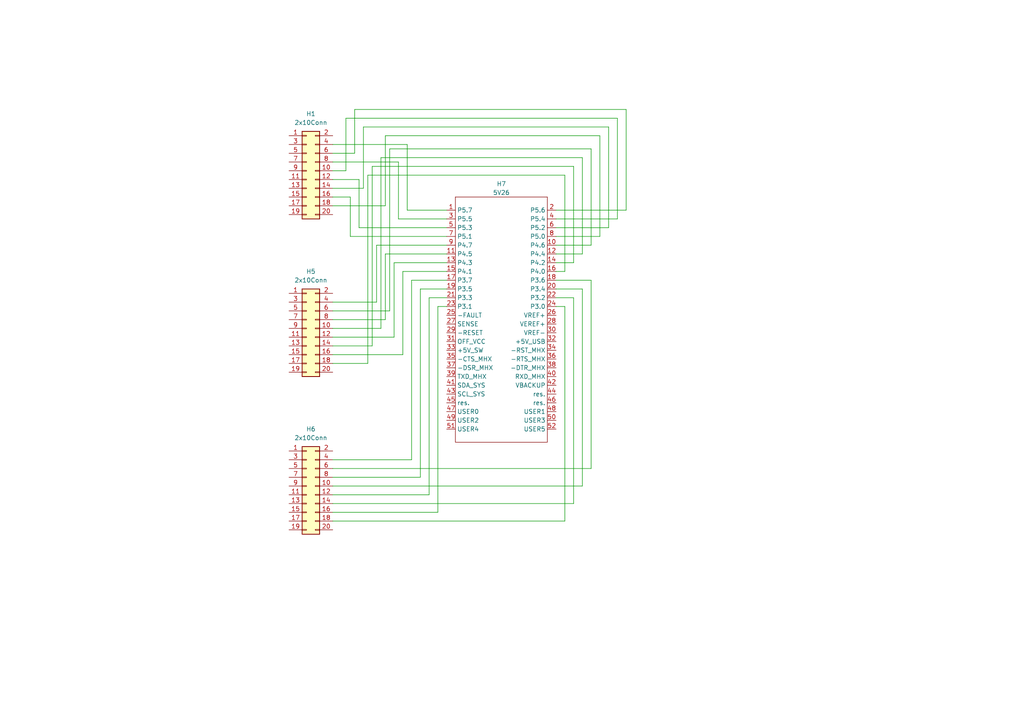
<source format=kicad_sch>
(kicad_sch
	(version 20231120)
	(generator "eeschema")
	(generator_version "8.0")
	(uuid "60cf81e3-0e78-46a6-81a4-4095c605f828")
	(paper "A4")
	(lib_symbols
		(symbol "Connector_Generic:Conn_02x10_Odd_Even"
			(pin_names
				(offset 1.016) hide)
			(exclude_from_sim no)
			(in_bom yes)
			(on_board yes)
			(property "Reference" "J"
				(at 1.27 12.7 0)
				(effects
					(font
						(size 1.27 1.27)
					)
				)
			)
			(property "Value" "Conn_02x10_Odd_Even"
				(at 1.27 -15.24 0)
				(effects
					(font
						(size 1.27 1.27)
					)
				)
			)
			(property "Footprint" ""
				(at 0 0 0)
				(effects
					(font
						(size 1.27 1.27)
					)
					(hide yes)
				)
			)
			(property "Datasheet" "~"
				(at 0 0 0)
				(effects
					(font
						(size 1.27 1.27)
					)
					(hide yes)
				)
			)
			(property "Description" "Generic connector, double row, 02x10, odd/even pin numbering scheme (row 1 odd numbers, row 2 even numbers), script generated (kicad-library-utils/schlib/autogen/connector/)"
				(at 0 0 0)
				(effects
					(font
						(size 1.27 1.27)
					)
					(hide yes)
				)
			)
			(property "ki_keywords" "connector"
				(at 0 0 0)
				(effects
					(font
						(size 1.27 1.27)
					)
					(hide yes)
				)
			)
			(property "ki_fp_filters" "Connector*:*_2x??_*"
				(at 0 0 0)
				(effects
					(font
						(size 1.27 1.27)
					)
					(hide yes)
				)
			)
			(symbol "Conn_02x10_Odd_Even_1_1"
				(rectangle
					(start -1.27 -12.573)
					(end 0 -12.827)
					(stroke
						(width 0.1524)
						(type default)
					)
					(fill
						(type none)
					)
				)
				(rectangle
					(start -1.27 -10.033)
					(end 0 -10.287)
					(stroke
						(width 0.1524)
						(type default)
					)
					(fill
						(type none)
					)
				)
				(rectangle
					(start -1.27 -7.493)
					(end 0 -7.747)
					(stroke
						(width 0.1524)
						(type default)
					)
					(fill
						(type none)
					)
				)
				(rectangle
					(start -1.27 -4.953)
					(end 0 -5.207)
					(stroke
						(width 0.1524)
						(type default)
					)
					(fill
						(type none)
					)
				)
				(rectangle
					(start -1.27 -2.413)
					(end 0 -2.667)
					(stroke
						(width 0.1524)
						(type default)
					)
					(fill
						(type none)
					)
				)
				(rectangle
					(start -1.27 0.127)
					(end 0 -0.127)
					(stroke
						(width 0.1524)
						(type default)
					)
					(fill
						(type none)
					)
				)
				(rectangle
					(start -1.27 2.667)
					(end 0 2.413)
					(stroke
						(width 0.1524)
						(type default)
					)
					(fill
						(type none)
					)
				)
				(rectangle
					(start -1.27 5.207)
					(end 0 4.953)
					(stroke
						(width 0.1524)
						(type default)
					)
					(fill
						(type none)
					)
				)
				(rectangle
					(start -1.27 7.747)
					(end 0 7.493)
					(stroke
						(width 0.1524)
						(type default)
					)
					(fill
						(type none)
					)
				)
				(rectangle
					(start -1.27 10.287)
					(end 0 10.033)
					(stroke
						(width 0.1524)
						(type default)
					)
					(fill
						(type none)
					)
				)
				(rectangle
					(start -1.27 11.43)
					(end 3.81 -13.97)
					(stroke
						(width 0.254)
						(type default)
					)
					(fill
						(type background)
					)
				)
				(rectangle
					(start 3.81 -12.573)
					(end 2.54 -12.827)
					(stroke
						(width 0.1524)
						(type default)
					)
					(fill
						(type none)
					)
				)
				(rectangle
					(start 3.81 -10.033)
					(end 2.54 -10.287)
					(stroke
						(width 0.1524)
						(type default)
					)
					(fill
						(type none)
					)
				)
				(rectangle
					(start 3.81 -7.493)
					(end 2.54 -7.747)
					(stroke
						(width 0.1524)
						(type default)
					)
					(fill
						(type none)
					)
				)
				(rectangle
					(start 3.81 -4.953)
					(end 2.54 -5.207)
					(stroke
						(width 0.1524)
						(type default)
					)
					(fill
						(type none)
					)
				)
				(rectangle
					(start 3.81 -2.413)
					(end 2.54 -2.667)
					(stroke
						(width 0.1524)
						(type default)
					)
					(fill
						(type none)
					)
				)
				(rectangle
					(start 3.81 0.127)
					(end 2.54 -0.127)
					(stroke
						(width 0.1524)
						(type default)
					)
					(fill
						(type none)
					)
				)
				(rectangle
					(start 3.81 2.667)
					(end 2.54 2.413)
					(stroke
						(width 0.1524)
						(type default)
					)
					(fill
						(type none)
					)
				)
				(rectangle
					(start 3.81 5.207)
					(end 2.54 4.953)
					(stroke
						(width 0.1524)
						(type default)
					)
					(fill
						(type none)
					)
				)
				(rectangle
					(start 3.81 7.747)
					(end 2.54 7.493)
					(stroke
						(width 0.1524)
						(type default)
					)
					(fill
						(type none)
					)
				)
				(rectangle
					(start 3.81 10.287)
					(end 2.54 10.033)
					(stroke
						(width 0.1524)
						(type default)
					)
					(fill
						(type none)
					)
				)
				(pin passive line
					(at -5.08 10.16 0)
					(length 3.81)
					(name "Pin_1"
						(effects
							(font
								(size 1.27 1.27)
							)
						)
					)
					(number "1"
						(effects
							(font
								(size 1.27 1.27)
							)
						)
					)
				)
				(pin passive line
					(at 7.62 0 180)
					(length 3.81)
					(name "Pin_10"
						(effects
							(font
								(size 1.27 1.27)
							)
						)
					)
					(number "10"
						(effects
							(font
								(size 1.27 1.27)
							)
						)
					)
				)
				(pin passive line
					(at -5.08 -2.54 0)
					(length 3.81)
					(name "Pin_11"
						(effects
							(font
								(size 1.27 1.27)
							)
						)
					)
					(number "11"
						(effects
							(font
								(size 1.27 1.27)
							)
						)
					)
				)
				(pin passive line
					(at 7.62 -2.54 180)
					(length 3.81)
					(name "Pin_12"
						(effects
							(font
								(size 1.27 1.27)
							)
						)
					)
					(number "12"
						(effects
							(font
								(size 1.27 1.27)
							)
						)
					)
				)
				(pin passive line
					(at -5.08 -5.08 0)
					(length 3.81)
					(name "Pin_13"
						(effects
							(font
								(size 1.27 1.27)
							)
						)
					)
					(number "13"
						(effects
							(font
								(size 1.27 1.27)
							)
						)
					)
				)
				(pin passive line
					(at 7.62 -5.08 180)
					(length 3.81)
					(name "Pin_14"
						(effects
							(font
								(size 1.27 1.27)
							)
						)
					)
					(number "14"
						(effects
							(font
								(size 1.27 1.27)
							)
						)
					)
				)
				(pin passive line
					(at -5.08 -7.62 0)
					(length 3.81)
					(name "Pin_15"
						(effects
							(font
								(size 1.27 1.27)
							)
						)
					)
					(number "15"
						(effects
							(font
								(size 1.27 1.27)
							)
						)
					)
				)
				(pin passive line
					(at 7.62 -7.62 180)
					(length 3.81)
					(name "Pin_16"
						(effects
							(font
								(size 1.27 1.27)
							)
						)
					)
					(number "16"
						(effects
							(font
								(size 1.27 1.27)
							)
						)
					)
				)
				(pin passive line
					(at -5.08 -10.16 0)
					(length 3.81)
					(name "Pin_17"
						(effects
							(font
								(size 1.27 1.27)
							)
						)
					)
					(number "17"
						(effects
							(font
								(size 1.27 1.27)
							)
						)
					)
				)
				(pin passive line
					(at 7.62 -10.16 180)
					(length 3.81)
					(name "Pin_18"
						(effects
							(font
								(size 1.27 1.27)
							)
						)
					)
					(number "18"
						(effects
							(font
								(size 1.27 1.27)
							)
						)
					)
				)
				(pin passive line
					(at -5.08 -12.7 0)
					(length 3.81)
					(name "Pin_19"
						(effects
							(font
								(size 1.27 1.27)
							)
						)
					)
					(number "19"
						(effects
							(font
								(size 1.27 1.27)
							)
						)
					)
				)
				(pin passive line
					(at 7.62 10.16 180)
					(length 3.81)
					(name "Pin_2"
						(effects
							(font
								(size 1.27 1.27)
							)
						)
					)
					(number "2"
						(effects
							(font
								(size 1.27 1.27)
							)
						)
					)
				)
				(pin passive line
					(at 7.62 -12.7 180)
					(length 3.81)
					(name "Pin_20"
						(effects
							(font
								(size 1.27 1.27)
							)
						)
					)
					(number "20"
						(effects
							(font
								(size 1.27 1.27)
							)
						)
					)
				)
				(pin passive line
					(at -5.08 7.62 0)
					(length 3.81)
					(name "Pin_3"
						(effects
							(font
								(size 1.27 1.27)
							)
						)
					)
					(number "3"
						(effects
							(font
								(size 1.27 1.27)
							)
						)
					)
				)
				(pin passive line
					(at 7.62 7.62 180)
					(length 3.81)
					(name "Pin_4"
						(effects
							(font
								(size 1.27 1.27)
							)
						)
					)
					(number "4"
						(effects
							(font
								(size 1.27 1.27)
							)
						)
					)
				)
				(pin passive line
					(at -5.08 5.08 0)
					(length 3.81)
					(name "Pin_5"
						(effects
							(font
								(size 1.27 1.27)
							)
						)
					)
					(number "5"
						(effects
							(font
								(size 1.27 1.27)
							)
						)
					)
				)
				(pin passive line
					(at 7.62 5.08 180)
					(length 3.81)
					(name "Pin_6"
						(effects
							(font
								(size 1.27 1.27)
							)
						)
					)
					(number "6"
						(effects
							(font
								(size 1.27 1.27)
							)
						)
					)
				)
				(pin passive line
					(at -5.08 2.54 0)
					(length 3.81)
					(name "Pin_7"
						(effects
							(font
								(size 1.27 1.27)
							)
						)
					)
					(number "7"
						(effects
							(font
								(size 1.27 1.27)
							)
						)
					)
				)
				(pin passive line
					(at 7.62 2.54 180)
					(length 3.81)
					(name "Pin_8"
						(effects
							(font
								(size 1.27 1.27)
							)
						)
					)
					(number "8"
						(effects
							(font
								(size 1.27 1.27)
							)
						)
					)
				)
				(pin passive line
					(at -5.08 0 0)
					(length 3.81)
					(name "Pin_9"
						(effects
							(font
								(size 1.27 1.27)
							)
						)
					)
					(number "9"
						(effects
							(font
								(size 1.27 1.27)
							)
						)
					)
				)
			)
		)
		(symbol "NewSymbols:H1H-2X26-F"
			(exclude_from_sim no)
			(in_bom yes)
			(on_board yes)
			(property "Reference" "5V26"
				(at -10.414 27.178 0)
				(effects
					(font
						(size 1.27 1.27)
					)
				)
			)
			(property "Value" ""
				(at 2.54 6.35 0)
				(effects
					(font
						(size 1.27 1.27)
					)
				)
			)
			(property "Footprint" ""
				(at 2.54 6.35 0)
				(effects
					(font
						(size 1.27 1.27)
					)
					(hide yes)
				)
			)
			(property "Datasheet" ""
				(at 2.54 6.35 0)
				(effects
					(font
						(size 1.27 1.27)
					)
					(hide yes)
				)
			)
			(property "Description" ""
				(at 2.54 6.35 0)
				(effects
					(font
						(size 1.27 1.27)
					)
					(hide yes)
				)
			)
			(symbol "H1H-2X26-F_0_1"
				(polyline
					(pts
						(xy 12.7 25.4) (xy -13.97 25.4)
					)
					(stroke
						(width 0)
						(type default)
					)
					(fill
						(type none)
					)
				)
				(polyline
					(pts
						(xy -13.97 25.4) (xy -13.97 -45.72) (xy 12.7 -45.72) (xy 12.7 25.4)
					)
					(stroke
						(width 0)
						(type default)
					)
					(fill
						(type none)
					)
				)
			)
			(symbol "H1H-2X26-F_1_1"
				(pin input line
					(at -16.51 21.59 0)
					(length 2.54)
					(name "P5.7"
						(effects
							(font
								(size 1.27 1.27)
							)
						)
					)
					(number "1"
						(effects
							(font
								(size 1.27 1.27)
							)
						)
					)
				)
				(pin input line
					(at 15.24 11.43 180)
					(length 2.54)
					(name "P4.6"
						(effects
							(font
								(size 1.27 1.27)
							)
						)
					)
					(number "10"
						(effects
							(font
								(size 1.27 1.27)
							)
						)
					)
				)
				(pin input line
					(at -16.51 8.89 0)
					(length 2.54)
					(name "P4.5"
						(effects
							(font
								(size 1.27 1.27)
							)
						)
					)
					(number "11"
						(effects
							(font
								(size 1.27 1.27)
							)
						)
					)
				)
				(pin input line
					(at 15.24 8.89 180)
					(length 2.54)
					(name "P4.4"
						(effects
							(font
								(size 1.27 1.27)
							)
						)
					)
					(number "12"
						(effects
							(font
								(size 1.27 1.27)
							)
						)
					)
				)
				(pin input line
					(at -16.51 6.35 0)
					(length 2.54)
					(name "P4.3"
						(effects
							(font
								(size 1.27 1.27)
							)
						)
					)
					(number "13"
						(effects
							(font
								(size 1.27 1.27)
							)
						)
					)
				)
				(pin input line
					(at 15.24 6.35 180)
					(length 2.54)
					(name "P4.2"
						(effects
							(font
								(size 1.27 1.27)
							)
						)
					)
					(number "14"
						(effects
							(font
								(size 1.27 1.27)
							)
						)
					)
				)
				(pin input line
					(at -16.51 3.81 0)
					(length 2.54)
					(name "P4.1"
						(effects
							(font
								(size 1.27 1.27)
							)
						)
					)
					(number "15"
						(effects
							(font
								(size 1.27 1.27)
							)
						)
					)
				)
				(pin input line
					(at 15.24 3.81 180)
					(length 2.54)
					(name "P4.0"
						(effects
							(font
								(size 1.27 1.27)
							)
						)
					)
					(number "16"
						(effects
							(font
								(size 1.27 1.27)
							)
						)
					)
				)
				(pin input line
					(at -16.51 1.27 0)
					(length 2.54)
					(name "P3.7"
						(effects
							(font
								(size 1.27 1.27)
							)
						)
					)
					(number "17"
						(effects
							(font
								(size 1.27 1.27)
							)
						)
					)
				)
				(pin input line
					(at 15.24 1.27 180)
					(length 2.54)
					(name "P3.6"
						(effects
							(font
								(size 1.27 1.27)
							)
						)
					)
					(number "18"
						(effects
							(font
								(size 1.27 1.27)
							)
						)
					)
				)
				(pin input line
					(at -16.51 -1.27 0)
					(length 2.54)
					(name "P3.5"
						(effects
							(font
								(size 1.27 1.27)
							)
						)
					)
					(number "19"
						(effects
							(font
								(size 1.27 1.27)
							)
						)
					)
				)
				(pin input line
					(at 15.24 21.59 180)
					(length 2.54)
					(name "P5.6"
						(effects
							(font
								(size 1.27 1.27)
							)
						)
					)
					(number "2"
						(effects
							(font
								(size 1.27 1.27)
							)
						)
					)
				)
				(pin input line
					(at 15.24 -1.27 180)
					(length 2.54)
					(name "P3.4"
						(effects
							(font
								(size 1.27 1.27)
							)
						)
					)
					(number "20"
						(effects
							(font
								(size 1.27 1.27)
							)
						)
					)
				)
				(pin input line
					(at -16.51 -3.81 0)
					(length 2.54)
					(name "P3.3"
						(effects
							(font
								(size 1.27 1.27)
							)
						)
					)
					(number "21"
						(effects
							(font
								(size 1.27 1.27)
							)
						)
					)
				)
				(pin input line
					(at 15.24 -3.81 180)
					(length 2.54)
					(name "P3.2"
						(effects
							(font
								(size 1.27 1.27)
							)
						)
					)
					(number "22"
						(effects
							(font
								(size 1.27 1.27)
							)
						)
					)
				)
				(pin input line
					(at -16.51 -6.35 0)
					(length 2.54)
					(name "P3.1"
						(effects
							(font
								(size 1.27 1.27)
							)
						)
					)
					(number "23"
						(effects
							(font
								(size 1.27 1.27)
							)
						)
					)
				)
				(pin input line
					(at 15.24 -6.35 180)
					(length 2.54)
					(name "P3.0"
						(effects
							(font
								(size 1.27 1.27)
							)
						)
					)
					(number "24"
						(effects
							(font
								(size 1.27 1.27)
							)
						)
					)
				)
				(pin passive line
					(at -16.51 -8.89 0)
					(length 2.54)
					(name "-FAULT"
						(effects
							(font
								(size 1.27 1.27)
							)
						)
					)
					(number "25"
						(effects
							(font
								(size 1.27 1.27)
							)
						)
					)
				)
				(pin passive line
					(at 15.24 -8.89 180)
					(length 2.54)
					(name "VREF+"
						(effects
							(font
								(size 1.27 1.27)
							)
						)
					)
					(number "26"
						(effects
							(font
								(size 1.27 1.27)
							)
						)
					)
				)
				(pin passive line
					(at -16.51 -11.43 0)
					(length 2.54)
					(name "SENSE"
						(effects
							(font
								(size 1.27 1.27)
							)
						)
					)
					(number "27"
						(effects
							(font
								(size 1.27 1.27)
							)
						)
					)
				)
				(pin passive line
					(at 15.24 -11.43 180)
					(length 2.54)
					(name "VEREF+"
						(effects
							(font
								(size 1.27 1.27)
							)
						)
					)
					(number "28"
						(effects
							(font
								(size 1.27 1.27)
							)
						)
					)
				)
				(pin input line
					(at -16.51 -13.97 0)
					(length 2.54)
					(name "-RESET"
						(effects
							(font
								(size 1.27 1.27)
							)
						)
					)
					(number "29"
						(effects
							(font
								(size 1.27 1.27)
							)
						)
					)
				)
				(pin input line
					(at -16.51 19.05 0)
					(length 2.54)
					(name "P5.5"
						(effects
							(font
								(size 1.27 1.27)
							)
						)
					)
					(number "3"
						(effects
							(font
								(size 1.27 1.27)
							)
						)
					)
				)
				(pin passive line
					(at 15.24 -13.97 180)
					(length 2.54)
					(name "VREF-"
						(effects
							(font
								(size 1.27 1.27)
							)
						)
					)
					(number "30"
						(effects
							(font
								(size 1.27 1.27)
							)
						)
					)
				)
				(pin passive line
					(at -16.51 -16.51 0)
					(length 2.54)
					(name "OFF_VCC"
						(effects
							(font
								(size 1.27 1.27)
							)
						)
					)
					(number "31"
						(effects
							(font
								(size 1.27 1.27)
							)
						)
					)
				)
				(pin passive line
					(at 15.24 -16.51 180)
					(length 2.54)
					(name "+5V_USB"
						(effects
							(font
								(size 1.27 1.27)
							)
						)
					)
					(number "32"
						(effects
							(font
								(size 1.27 1.27)
							)
						)
					)
				)
				(pin passive line
					(at -16.51 -19.05 0)
					(length 2.54)
					(name "+5V_SW"
						(effects
							(font
								(size 1.27 1.27)
							)
						)
					)
					(number "33"
						(effects
							(font
								(size 1.27 1.27)
							)
						)
					)
				)
				(pin input line
					(at 15.24 -19.05 180)
					(length 2.54)
					(name "-RST_MHX"
						(effects
							(font
								(size 1.27 1.27)
							)
						)
					)
					(number "34"
						(effects
							(font
								(size 1.27 1.27)
							)
						)
					)
				)
				(pin input line
					(at -16.51 -21.59 0)
					(length 2.54)
					(name "-CTS_MHX"
						(effects
							(font
								(size 1.27 1.27)
							)
						)
					)
					(number "35"
						(effects
							(font
								(size 1.27 1.27)
							)
						)
					)
				)
				(pin input line
					(at 15.24 -21.59 180)
					(length 2.54)
					(name "-RTS_MHX"
						(effects
							(font
								(size 1.27 1.27)
							)
						)
					)
					(number "36"
						(effects
							(font
								(size 1.27 1.27)
							)
						)
					)
				)
				(pin input line
					(at -16.51 -24.13 0)
					(length 2.54)
					(name "-DSR_MHX"
						(effects
							(font
								(size 1.27 1.27)
							)
						)
					)
					(number "37"
						(effects
							(font
								(size 1.27 1.27)
							)
						)
					)
				)
				(pin input line
					(at 15.24 -24.13 180)
					(length 2.54)
					(name "-DTR_MHX"
						(effects
							(font
								(size 1.27 1.27)
							)
						)
					)
					(number "38"
						(effects
							(font
								(size 1.27 1.27)
							)
						)
					)
				)
				(pin input line
					(at -16.51 -26.67 0)
					(length 2.54)
					(name "TXD_MHX"
						(effects
							(font
								(size 1.27 1.27)
							)
						)
					)
					(number "39"
						(effects
							(font
								(size 1.27 1.27)
							)
						)
					)
				)
				(pin input line
					(at 15.24 19.05 180)
					(length 2.54)
					(name "P5.4"
						(effects
							(font
								(size 1.27 1.27)
							)
						)
					)
					(number "4"
						(effects
							(font
								(size 1.27 1.27)
							)
						)
					)
				)
				(pin input line
					(at 15.24 -26.67 180)
					(length 2.54)
					(name "RXD_MHX"
						(effects
							(font
								(size 1.27 1.27)
							)
						)
					)
					(number "40"
						(effects
							(font
								(size 1.27 1.27)
							)
						)
					)
				)
				(pin input line
					(at -16.51 -29.21 0)
					(length 2.54)
					(name "SDA_SYS"
						(effects
							(font
								(size 1.27 1.27)
							)
						)
					)
					(number "41"
						(effects
							(font
								(size 1.27 1.27)
							)
						)
					)
				)
				(pin passive line
					(at 15.24 -29.21 180)
					(length 2.54)
					(name "VBACKUP"
						(effects
							(font
								(size 1.27 1.27)
							)
						)
					)
					(number "42"
						(effects
							(font
								(size 1.27 1.27)
							)
						)
					)
				)
				(pin input line
					(at -16.51 -31.75 0)
					(length 2.54)
					(name "SCL_SYS"
						(effects
							(font
								(size 1.27 1.27)
							)
						)
					)
					(number "43"
						(effects
							(font
								(size 1.27 1.27)
							)
						)
					)
				)
				(pin free line
					(at 15.24 -31.75 180)
					(length 2.54)
					(name "res."
						(effects
							(font
								(size 1.27 1.27)
							)
						)
					)
					(number "44"
						(effects
							(font
								(size 1.27 1.27)
							)
						)
					)
				)
				(pin free line
					(at -16.51 -34.29 0)
					(length 2.54)
					(name "res."
						(effects
							(font
								(size 1.27 1.27)
							)
						)
					)
					(number "45"
						(effects
							(font
								(size 1.27 1.27)
							)
						)
					)
				)
				(pin free line
					(at 15.24 -34.29 180)
					(length 2.54)
					(name "res."
						(effects
							(font
								(size 1.27 1.27)
							)
						)
					)
					(number "46"
						(effects
							(font
								(size 1.27 1.27)
							)
						)
					)
				)
				(pin input line
					(at -16.51 -36.83 0)
					(length 2.54)
					(name "USER0"
						(effects
							(font
								(size 1.27 1.27)
							)
						)
					)
					(number "47"
						(effects
							(font
								(size 1.27 1.27)
							)
						)
					)
				)
				(pin input line
					(at 15.24 -36.83 180)
					(length 2.54)
					(name "USER1"
						(effects
							(font
								(size 1.27 1.27)
							)
						)
					)
					(number "48"
						(effects
							(font
								(size 1.27 1.27)
							)
						)
					)
				)
				(pin input line
					(at -16.51 -39.37 0)
					(length 2.54)
					(name "USER2"
						(effects
							(font
								(size 1.27 1.27)
							)
						)
					)
					(number "49"
						(effects
							(font
								(size 1.27 1.27)
							)
						)
					)
				)
				(pin input line
					(at -16.51 16.51 0)
					(length 2.54)
					(name "P5.3"
						(effects
							(font
								(size 1.27 1.27)
							)
						)
					)
					(number "5"
						(effects
							(font
								(size 1.27 1.27)
							)
						)
					)
				)
				(pin input line
					(at 15.24 -39.37 180)
					(length 2.54)
					(name "USER3"
						(effects
							(font
								(size 1.27 1.27)
							)
						)
					)
					(number "50"
						(effects
							(font
								(size 1.27 1.27)
							)
						)
					)
				)
				(pin input line
					(at -16.51 -41.91 0)
					(length 2.54)
					(name "USER4"
						(effects
							(font
								(size 1.27 1.27)
							)
						)
					)
					(number "51"
						(effects
							(font
								(size 1.27 1.27)
							)
						)
					)
				)
				(pin input line
					(at 15.24 -41.91 180)
					(length 2.54)
					(name "USER5"
						(effects
							(font
								(size 1.27 1.27)
							)
						)
					)
					(number "52"
						(effects
							(font
								(size 1.27 1.27)
							)
						)
					)
				)
				(pin input line
					(at 15.24 16.51 180)
					(length 2.54)
					(name "P5.2"
						(effects
							(font
								(size 1.27 1.27)
							)
						)
					)
					(number "6"
						(effects
							(font
								(size 1.27 1.27)
							)
						)
					)
				)
				(pin input line
					(at -16.51 13.97 0)
					(length 2.54)
					(name "P5.1"
						(effects
							(font
								(size 1.27 1.27)
							)
						)
					)
					(number "7"
						(effects
							(font
								(size 1.27 1.27)
							)
						)
					)
				)
				(pin input line
					(at 15.24 13.97 180)
					(length 2.54)
					(name "P5.0"
						(effects
							(font
								(size 1.27 1.27)
							)
						)
					)
					(number "8"
						(effects
							(font
								(size 1.27 1.27)
							)
						)
					)
				)
				(pin input line
					(at -16.51 11.43 0)
					(length 2.54)
					(name "P4.7"
						(effects
							(font
								(size 1.27 1.27)
							)
						)
					)
					(number "9"
						(effects
							(font
								(size 1.27 1.27)
							)
						)
					)
				)
			)
		)
	)
	(wire
		(pts
			(xy 171.45 135.89) (xy 96.52 135.89)
		)
		(stroke
			(width 0)
			(type default)
		)
		(uuid "0154ccb3-b104-425f-8b81-1567d81b3603")
	)
	(wire
		(pts
			(xy 115.57 46.99) (xy 96.52 46.99)
		)
		(stroke
			(width 0)
			(type default)
		)
		(uuid "02103a7c-e005-4562-b920-4f0e99ab5941")
	)
	(wire
		(pts
			(xy 102.87 44.45) (xy 96.52 44.45)
		)
		(stroke
			(width 0)
			(type default)
		)
		(uuid "0520e22f-7eca-4089-baf4-e22e4bbff766")
	)
	(wire
		(pts
			(xy 166.37 146.05) (xy 96.52 146.05)
		)
		(stroke
			(width 0)
			(type default)
		)
		(uuid "0c128125-0d3b-4556-8c05-f84100bcb068")
	)
	(wire
		(pts
			(xy 181.61 60.96) (xy 181.61 31.75)
		)
		(stroke
			(width 0)
			(type default)
		)
		(uuid "0c26be93-ccb7-42cb-b152-af68501bdb63")
	)
	(wire
		(pts
			(xy 121.92 83.82) (xy 121.92 138.43)
		)
		(stroke
			(width 0)
			(type default)
		)
		(uuid "0ef11302-0783-4026-8f16-6aee917a9742")
	)
	(wire
		(pts
			(xy 176.53 66.04) (xy 176.53 36.83)
		)
		(stroke
			(width 0)
			(type default)
		)
		(uuid "16288374-5355-47d1-a147-9619e821c082")
	)
	(wire
		(pts
			(xy 161.29 78.74) (xy 163.83 78.74)
		)
		(stroke
			(width 0)
			(type default)
		)
		(uuid "19e6a1c6-bd6b-407a-bb5a-9468e31f6787")
	)
	(wire
		(pts
			(xy 163.83 151.13) (xy 96.52 151.13)
		)
		(stroke
			(width 0)
			(type default)
		)
		(uuid "1c1b3a86-9eea-4b59-9163-f071b59c300f")
	)
	(wire
		(pts
			(xy 161.29 68.58) (xy 173.99 68.58)
		)
		(stroke
			(width 0)
			(type default)
		)
		(uuid "1e142fce-b119-42b9-be7f-febcaee2cb20")
	)
	(wire
		(pts
			(xy 161.29 73.66) (xy 168.91 73.66)
		)
		(stroke
			(width 0)
			(type default)
		)
		(uuid "1e3e9b11-35dd-4058-8ee6-695153f90433")
	)
	(wire
		(pts
			(xy 116.84 102.87) (xy 96.52 102.87)
		)
		(stroke
			(width 0)
			(type default)
		)
		(uuid "1eb52ce4-a1c0-4f43-bdd4-a715bac27b23")
	)
	(wire
		(pts
			(xy 163.83 88.9) (xy 163.83 151.13)
		)
		(stroke
			(width 0)
			(type default)
		)
		(uuid "20e15fac-2dd2-43c8-bb89-b18f7e733d6e")
	)
	(wire
		(pts
			(xy 124.46 143.51) (xy 96.52 143.51)
		)
		(stroke
			(width 0)
			(type default)
		)
		(uuid "20eaf505-b8e5-4c8a-9bd6-ccf9022d3b3f")
	)
	(wire
		(pts
			(xy 166.37 76.2) (xy 166.37 48.26)
		)
		(stroke
			(width 0)
			(type default)
		)
		(uuid "26cffe50-4b55-4cd0-a7dc-e92d3b9182b7")
	)
	(wire
		(pts
			(xy 114.3 76.2) (xy 114.3 97.79)
		)
		(stroke
			(width 0)
			(type default)
		)
		(uuid "27748329-ee3d-4409-bffe-152be4788df3")
	)
	(wire
		(pts
			(xy 161.29 71.12) (xy 171.45 71.12)
		)
		(stroke
			(width 0)
			(type default)
		)
		(uuid "281b1800-d008-4be9-a0c7-a39fc39ccbd0")
	)
	(wire
		(pts
			(xy 101.6 68.58) (xy 101.6 57.15)
		)
		(stroke
			(width 0)
			(type default)
		)
		(uuid "28323244-a0f5-4c16-96aa-7bab3678483c")
	)
	(wire
		(pts
			(xy 104.14 66.04) (xy 104.14 52.07)
		)
		(stroke
			(width 0)
			(type default)
		)
		(uuid "2a4f55bf-6390-48fe-8501-636224f5c6dc")
	)
	(wire
		(pts
			(xy 104.14 52.07) (xy 96.52 52.07)
		)
		(stroke
			(width 0)
			(type default)
		)
		(uuid "32d00909-ffb9-4ffd-ae85-0c62a8df1b8e")
	)
	(wire
		(pts
			(xy 114.3 97.79) (xy 96.52 97.79)
		)
		(stroke
			(width 0)
			(type default)
		)
		(uuid "39d0d3c6-69f4-4502-9a58-b739df3a1cc6")
	)
	(wire
		(pts
			(xy 129.54 78.74) (xy 116.84 78.74)
		)
		(stroke
			(width 0)
			(type default)
		)
		(uuid "3b373d12-fdf4-4462-a336-9b53e7b338c2")
	)
	(wire
		(pts
			(xy 166.37 86.36) (xy 166.37 146.05)
		)
		(stroke
			(width 0)
			(type default)
		)
		(uuid "3c6e349e-3d0d-4bef-9fc4-1edb9227a33a")
	)
	(wire
		(pts
			(xy 173.99 39.37) (xy 111.76 39.37)
		)
		(stroke
			(width 0)
			(type default)
		)
		(uuid "482bc444-1eb1-4bfd-a1cb-358d62e486bc")
	)
	(wire
		(pts
			(xy 109.22 71.12) (xy 109.22 87.63)
		)
		(stroke
			(width 0)
			(type default)
		)
		(uuid "494ba04c-d155-4967-8abf-10f8ed0c5fd2")
	)
	(wire
		(pts
			(xy 161.29 83.82) (xy 168.91 83.82)
		)
		(stroke
			(width 0)
			(type default)
		)
		(uuid "4b56c0ba-834c-4a77-b204-22f32136ff3a")
	)
	(wire
		(pts
			(xy 113.03 90.17) (xy 96.52 90.17)
		)
		(stroke
			(width 0)
			(type default)
		)
		(uuid "583b05b0-d86d-4683-9dc0-8c8cae73a4de")
	)
	(wire
		(pts
			(xy 171.45 81.28) (xy 171.45 135.89)
		)
		(stroke
			(width 0)
			(type default)
		)
		(uuid "5f53f2b5-a8f1-4432-8a8a-32634e9f2d71")
	)
	(wire
		(pts
			(xy 161.29 76.2) (xy 166.37 76.2)
		)
		(stroke
			(width 0)
			(type default)
		)
		(uuid "66732d5d-6fb8-47bf-b6c0-8b4ab7548843")
	)
	(wire
		(pts
			(xy 171.45 71.12) (xy 171.45 43.18)
		)
		(stroke
			(width 0)
			(type default)
		)
		(uuid "69bb6801-1235-4a5e-b2e3-e6bf39c383f8")
	)
	(wire
		(pts
			(xy 129.54 73.66) (xy 111.76 73.66)
		)
		(stroke
			(width 0)
			(type default)
		)
		(uuid "6af25796-ff25-48bf-b0c9-7bdc14788acc")
	)
	(wire
		(pts
			(xy 111.76 92.71) (xy 96.52 92.71)
		)
		(stroke
			(width 0)
			(type default)
		)
		(uuid "73db81fd-0f0b-477a-9643-f800509119e8")
	)
	(wire
		(pts
			(xy 129.54 63.5) (xy 115.57 63.5)
		)
		(stroke
			(width 0)
			(type default)
		)
		(uuid "750dda5c-4c92-4e9c-b21a-22c01def0429")
	)
	(wire
		(pts
			(xy 121.92 138.43) (xy 96.52 138.43)
		)
		(stroke
			(width 0)
			(type default)
		)
		(uuid "768706ff-2507-4b78-ab98-17462c376b32")
	)
	(wire
		(pts
			(xy 129.54 60.96) (xy 118.11 60.96)
		)
		(stroke
			(width 0)
			(type default)
		)
		(uuid "78190a96-6b9f-4e13-9c5e-5bfc1ae6f304")
	)
	(wire
		(pts
			(xy 173.99 68.58) (xy 173.99 39.37)
		)
		(stroke
			(width 0)
			(type default)
		)
		(uuid "79de5545-c95d-4e76-b613-d06cd769d704")
	)
	(wire
		(pts
			(xy 168.91 83.82) (xy 168.91 140.97)
		)
		(stroke
			(width 0)
			(type default)
		)
		(uuid "7b9c0d0e-a556-4edf-a31b-1fa72b257764")
	)
	(wire
		(pts
			(xy 107.95 100.33) (xy 96.52 100.33)
		)
		(stroke
			(width 0)
			(type default)
		)
		(uuid "7cd51e3f-47e8-4168-9026-8ce0d9c02d84")
	)
	(wire
		(pts
			(xy 106.68 50.8) (xy 106.68 105.41)
		)
		(stroke
			(width 0)
			(type default)
		)
		(uuid "7fe429f5-71e8-455c-82cf-56ec01d418a9")
	)
	(wire
		(pts
			(xy 129.54 66.04) (xy 104.14 66.04)
		)
		(stroke
			(width 0)
			(type default)
		)
		(uuid "8466c37b-ae00-465b-abb1-96bca78f0723")
	)
	(wire
		(pts
			(xy 129.54 83.82) (xy 121.92 83.82)
		)
		(stroke
			(width 0)
			(type default)
		)
		(uuid "8525ad4c-cd28-4369-b309-9f46444feb99")
	)
	(wire
		(pts
			(xy 161.29 66.04) (xy 176.53 66.04)
		)
		(stroke
			(width 0)
			(type default)
		)
		(uuid "86ee0587-3d2e-496b-9ed9-c723ebf6d1f5")
	)
	(wire
		(pts
			(xy 166.37 48.26) (xy 107.95 48.26)
		)
		(stroke
			(width 0)
			(type default)
		)
		(uuid "87b5329b-6dec-46c6-aba1-c79ec6bd499a")
	)
	(wire
		(pts
			(xy 119.38 133.35) (xy 96.52 133.35)
		)
		(stroke
			(width 0)
			(type default)
		)
		(uuid "87e1ef9b-012a-4d78-b3bc-7d97121d3dc3")
	)
	(wire
		(pts
			(xy 181.61 31.75) (xy 102.87 31.75)
		)
		(stroke
			(width 0)
			(type default)
		)
		(uuid "88e5b3c2-72d3-4697-a1e3-a9c141692565")
	)
	(wire
		(pts
			(xy 161.29 63.5) (xy 179.07 63.5)
		)
		(stroke
			(width 0)
			(type default)
		)
		(uuid "88fa5523-27cb-4b81-8692-7daa9b1a60ff")
	)
	(wire
		(pts
			(xy 118.11 41.91) (xy 96.52 41.91)
		)
		(stroke
			(width 0)
			(type default)
		)
		(uuid "894a9f57-c91c-48c8-87d4-2aa11d883c25")
	)
	(wire
		(pts
			(xy 179.07 63.5) (xy 179.07 34.29)
		)
		(stroke
			(width 0)
			(type default)
		)
		(uuid "8ced77f0-a176-4a59-adff-be97ae8d619a")
	)
	(wire
		(pts
			(xy 115.57 63.5) (xy 115.57 46.99)
		)
		(stroke
			(width 0)
			(type default)
		)
		(uuid "8d094e3c-dd06-4e1d-9620-2b7d6fefe7e2")
	)
	(wire
		(pts
			(xy 129.54 68.58) (xy 101.6 68.58)
		)
		(stroke
			(width 0)
			(type default)
		)
		(uuid "90a84007-4d03-43e3-8a1b-082aab84ceef")
	)
	(wire
		(pts
			(xy 111.76 59.69) (xy 96.52 59.69)
		)
		(stroke
			(width 0)
			(type default)
		)
		(uuid "934d20ba-8db2-490c-bc21-90fc42373a10")
	)
	(wire
		(pts
			(xy 100.33 49.53) (xy 96.52 49.53)
		)
		(stroke
			(width 0)
			(type default)
		)
		(uuid "99ad648a-cc55-42f9-ba5f-6a404ddec644")
	)
	(wire
		(pts
			(xy 110.49 45.72) (xy 110.49 95.25)
		)
		(stroke
			(width 0)
			(type default)
		)
		(uuid "9a75281e-d3fb-4060-ba84-21a6844db84c")
	)
	(wire
		(pts
			(xy 179.07 34.29) (xy 100.33 34.29)
		)
		(stroke
			(width 0)
			(type default)
		)
		(uuid "9bd28658-8520-4df2-b195-49ad154a85cb")
	)
	(wire
		(pts
			(xy 118.11 60.96) (xy 118.11 41.91)
		)
		(stroke
			(width 0)
			(type default)
		)
		(uuid "9c4e3572-2e26-4352-a20a-c49471ea5877")
	)
	(wire
		(pts
			(xy 113.03 43.18) (xy 113.03 90.17)
		)
		(stroke
			(width 0)
			(type default)
		)
		(uuid "a09e0482-dc18-45f2-bb7d-b826b8a2fb52")
	)
	(wire
		(pts
			(xy 176.53 36.83) (xy 105.41 36.83)
		)
		(stroke
			(width 0)
			(type default)
		)
		(uuid "a1dd5728-4fbb-45ee-acc3-f91ae4704da2")
	)
	(wire
		(pts
			(xy 111.76 73.66) (xy 111.76 92.71)
		)
		(stroke
			(width 0)
			(type default)
		)
		(uuid "a93c842c-8cd0-4990-9f99-55e55f2aa20a")
	)
	(wire
		(pts
			(xy 106.68 105.41) (xy 96.52 105.41)
		)
		(stroke
			(width 0)
			(type default)
		)
		(uuid "a987a109-f118-4e4c-9614-e1b44905d648")
	)
	(wire
		(pts
			(xy 129.54 81.28) (xy 119.38 81.28)
		)
		(stroke
			(width 0)
			(type default)
		)
		(uuid "ab27b671-d10b-41e2-8fc6-1f7cb606d48a")
	)
	(wire
		(pts
			(xy 168.91 45.72) (xy 110.49 45.72)
		)
		(stroke
			(width 0)
			(type default)
		)
		(uuid "b2a05673-a780-44d2-9ac0-f30ee3be441f")
	)
	(wire
		(pts
			(xy 129.54 88.9) (xy 127 88.9)
		)
		(stroke
			(width 0)
			(type default)
		)
		(uuid "b36e2d68-a130-458d-9666-4a4ad5809c33")
	)
	(wire
		(pts
			(xy 124.46 86.36) (xy 124.46 143.51)
		)
		(stroke
			(width 0)
			(type default)
		)
		(uuid "b3f1acc3-7e31-4c2a-b811-9d297af04133")
	)
	(wire
		(pts
			(xy 161.29 60.96) (xy 181.61 60.96)
		)
		(stroke
			(width 0)
			(type default)
		)
		(uuid "b6521f50-acf6-4b64-9b67-821402cf615a")
	)
	(wire
		(pts
			(xy 100.33 34.29) (xy 100.33 49.53)
		)
		(stroke
			(width 0)
			(type default)
		)
		(uuid "b8c3d2ed-a02e-40d0-9b82-a0e327645afb")
	)
	(wire
		(pts
			(xy 129.54 71.12) (xy 109.22 71.12)
		)
		(stroke
			(width 0)
			(type default)
		)
		(uuid "b960631e-022d-4d47-aae7-9fe664210f15")
	)
	(wire
		(pts
			(xy 105.41 36.83) (xy 105.41 54.61)
		)
		(stroke
			(width 0)
			(type default)
		)
		(uuid "bb4958e8-a4f8-4fb4-ad12-b8892ba23611")
	)
	(wire
		(pts
			(xy 102.87 31.75) (xy 102.87 44.45)
		)
		(stroke
			(width 0)
			(type default)
		)
		(uuid "bc1ed520-413e-493d-85a1-6af326b07ca4")
	)
	(wire
		(pts
			(xy 111.76 39.37) (xy 111.76 59.69)
		)
		(stroke
			(width 0)
			(type default)
		)
		(uuid "c3034b39-4e5f-4291-91bb-3e5ba9dea282")
	)
	(wire
		(pts
			(xy 129.54 86.36) (xy 124.46 86.36)
		)
		(stroke
			(width 0)
			(type default)
		)
		(uuid "c408c528-0d33-4a10-aae8-d4cf6b2b984a")
	)
	(wire
		(pts
			(xy 163.83 78.74) (xy 163.83 50.8)
		)
		(stroke
			(width 0)
			(type default)
		)
		(uuid "c458c60f-042a-4dd2-9fcd-73398b579f86")
	)
	(wire
		(pts
			(xy 161.29 86.36) (xy 166.37 86.36)
		)
		(stroke
			(width 0)
			(type default)
		)
		(uuid "cbaf5621-fa66-402e-9439-9ac88c31e528")
	)
	(wire
		(pts
			(xy 119.38 81.28) (xy 119.38 133.35)
		)
		(stroke
			(width 0)
			(type default)
		)
		(uuid "d56957a5-43e4-4841-b0d7-93e965279913")
	)
	(wire
		(pts
			(xy 127 148.59) (xy 96.52 148.59)
		)
		(stroke
			(width 0)
			(type default)
		)
		(uuid "d56d5bf9-7ccd-46cf-bc6d-5f3e3e57679a")
	)
	(wire
		(pts
			(xy 168.91 73.66) (xy 168.91 45.72)
		)
		(stroke
			(width 0)
			(type default)
		)
		(uuid "d7a78e1c-430d-4b06-93dd-bb84de17e56b")
	)
	(wire
		(pts
			(xy 116.84 78.74) (xy 116.84 102.87)
		)
		(stroke
			(width 0)
			(type default)
		)
		(uuid "dc3e399d-6e93-4500-82b0-bfb0f0ed1018")
	)
	(wire
		(pts
			(xy 110.49 95.25) (xy 96.52 95.25)
		)
		(stroke
			(width 0)
			(type default)
		)
		(uuid "dcd05bf0-d078-4856-9310-d924b56188e2")
	)
	(wire
		(pts
			(xy 161.29 81.28) (xy 171.45 81.28)
		)
		(stroke
			(width 0)
			(type default)
		)
		(uuid "e4df8117-789d-4fc6-ab38-f21f442e0c9f")
	)
	(wire
		(pts
			(xy 107.95 48.26) (xy 107.95 100.33)
		)
		(stroke
			(width 0)
			(type default)
		)
		(uuid "ed1451cb-82c2-4d72-b0b7-23688b4efb02")
	)
	(wire
		(pts
			(xy 129.54 76.2) (xy 114.3 76.2)
		)
		(stroke
			(width 0)
			(type default)
		)
		(uuid "ed39ff78-4534-4efc-80e0-61a74e457119")
	)
	(wire
		(pts
			(xy 171.45 43.18) (xy 113.03 43.18)
		)
		(stroke
			(width 0)
			(type default)
		)
		(uuid "ed4d90bb-6069-4b69-bace-d5ef27b4569d")
	)
	(wire
		(pts
			(xy 161.29 88.9) (xy 163.83 88.9)
		)
		(stroke
			(width 0)
			(type default)
		)
		(uuid "f0dd33ff-2111-46fb-9699-291148380f17")
	)
	(wire
		(pts
			(xy 127 88.9) (xy 127 148.59)
		)
		(stroke
			(width 0)
			(type default)
		)
		(uuid "f2714481-85a8-4e60-8d24-6fb83ef1c0fa")
	)
	(wire
		(pts
			(xy 168.91 140.97) (xy 96.52 140.97)
		)
		(stroke
			(width 0)
			(type default)
		)
		(uuid "f5891599-20bd-4867-907c-c03be867ef89")
	)
	(wire
		(pts
			(xy 105.41 54.61) (xy 96.52 54.61)
		)
		(stroke
			(width 0)
			(type default)
		)
		(uuid "f7caf47b-9f50-4bae-b9fb-e3fbea434271")
	)
	(wire
		(pts
			(xy 101.6 57.15) (xy 96.52 57.15)
		)
		(stroke
			(width 0)
			(type default)
		)
		(uuid "f868a1cf-0da1-45ae-b091-69ee072ac7ac")
	)
	(wire
		(pts
			(xy 109.22 87.63) (xy 96.52 87.63)
		)
		(stroke
			(width 0)
			(type default)
		)
		(uuid "faf5fb4e-87d6-4a29-a479-8b4e61b0e72a")
	)
	(wire
		(pts
			(xy 163.83 50.8) (xy 106.68 50.8)
		)
		(stroke
			(width 0)
			(type default)
		)
		(uuid "fb8685f7-c3b8-4745-9af4-41d03f0ae077")
	)
	(symbol
		(lib_id "NewSymbols:H1H-2X26-F")
		(at 146.05 82.55 0)
		(unit 1)
		(exclude_from_sim no)
		(in_bom yes)
		(on_board yes)
		(dnp no)
		(fields_autoplaced yes)
		(uuid "3eee51a0-99c3-4b6e-a1a9-3a20079bccc7")
		(property "Reference" "H7"
			(at 145.415 53.34 0)
			(effects
				(font
					(size 1.27 1.27)
				)
			)
		)
		(property "Value" "5V26"
			(at 145.415 55.88 0)
			(effects
				(font
					(size 1.27 1.27)
				)
			)
		)
		(property "Footprint" ""
			(at 148.59 76.2 0)
			(effects
				(font
					(size 1.27 1.27)
				)
				(hide yes)
			)
		)
		(property "Datasheet" ""
			(at 148.59 76.2 0)
			(effects
				(font
					(size 1.27 1.27)
				)
				(hide yes)
			)
		)
		(property "Description" ""
			(at 148.59 76.2 0)
			(effects
				(font
					(size 1.27 1.27)
				)
				(hide yes)
			)
		)
		(pin "46"
			(uuid "62b4ec44-7941-4c5f-8c30-f4f32bdc4885")
		)
		(pin "11"
			(uuid "1261bba8-f8a0-41d3-a4f9-9a6a88cd20e7")
		)
		(pin "16"
			(uuid "fd255af9-978d-4ee4-b3d0-d3be96cc7411")
		)
		(pin "19"
			(uuid "4a93a9ca-80a4-4379-bb7e-a6fe91919fb9")
		)
		(pin "28"
			(uuid "fa082a29-17d0-47d3-b2e3-e7cc5233ff08")
		)
		(pin "24"
			(uuid "00ab28b3-6140-4272-8a24-895de0824be4")
		)
		(pin "17"
			(uuid "b9661127-e30f-442f-aeac-919c4613cd81")
		)
		(pin "3"
			(uuid "698f8ac0-6e53-4462-850b-740c4f9d4455")
		)
		(pin "31"
			(uuid "00a3700b-76d7-4fe4-b648-0d80af5edb15")
		)
		(pin "33"
			(uuid "17d87b63-e939-49b6-a2f6-05593b0dbec2")
		)
		(pin "38"
			(uuid "5d1ab9a9-8f0a-4443-b158-38ee6170c8fe")
		)
		(pin "12"
			(uuid "ffe66e7b-3f35-4850-8c5e-e5d572491165")
		)
		(pin "29"
			(uuid "9f1e20f3-68c5-4b4c-873d-e6e035c8914a")
		)
		(pin "39"
			(uuid "0b005d49-fe7a-42f9-8865-502d93125f83")
		)
		(pin "18"
			(uuid "1ac66245-0860-4faf-9607-54201fe3584c")
		)
		(pin "1"
			(uuid "0479b972-2846-4b14-bec4-cd4411674bcc")
		)
		(pin "20"
			(uuid "b0bd855b-6511-4833-b74f-bb11b1dbd970")
		)
		(pin "37"
			(uuid "54fa8373-7c65-4f2e-a0b0-a2151308ea01")
		)
		(pin "42"
			(uuid "a3c9c1bc-0cc1-4cfb-9272-01021ef304a6")
		)
		(pin "13"
			(uuid "f4bc2695-33c1-48ca-ae9e-0e2d636677e5")
		)
		(pin "2"
			(uuid "238209c7-08a7-4245-b6bf-25aeea451629")
		)
		(pin "21"
			(uuid "1806d6ae-ba34-413e-8262-5221452c8f15")
		)
		(pin "22"
			(uuid "ec06d05a-b987-4baa-b5ce-f317de0476ee")
		)
		(pin "32"
			(uuid "3928cb81-0dcf-4237-879e-6bfb33fe9b14")
		)
		(pin "36"
			(uuid "1612cc0d-b55a-4f9a-954e-38fb451c4120")
		)
		(pin "30"
			(uuid "9f966fdf-6039-422f-8753-3592d3c56a0d")
		)
		(pin "49"
			(uuid "c888c64f-88be-4d51-b69b-37d6690d2060")
		)
		(pin "41"
			(uuid "a1c37a3b-5169-4f3c-8533-155025569a14")
		)
		(pin "44"
			(uuid "c1f6dc7a-98fa-48aa-b2da-e4f111e2cd52")
		)
		(pin "47"
			(uuid "f6bbe699-9e0c-4661-b624-f3dcac811331")
		)
		(pin "27"
			(uuid "92adccd6-bf55-49d2-8282-c1405f56c559")
		)
		(pin "45"
			(uuid "0861769f-9c46-4164-af60-42e3348a504a")
		)
		(pin "26"
			(uuid "5eaceca7-e8f0-4e56-8640-d6e0535ab534")
		)
		(pin "48"
			(uuid "7686cb40-31f1-4387-a976-3c46a489c20e")
		)
		(pin "43"
			(uuid "99f0e17f-4041-42eb-9fac-2375538909bc")
		)
		(pin "23"
			(uuid "cb1dc354-8d1c-4ea2-8fcc-f9c3de0b8ab2")
		)
		(pin "15"
			(uuid "15d3fd79-89a9-4d32-ab92-40515734fe27")
		)
		(pin "14"
			(uuid "1ea01359-92f7-4dee-9746-5e828bad6221")
		)
		(pin "34"
			(uuid "c4d3bacc-21f2-4fda-8746-62e4c50c5ff7")
		)
		(pin "10"
			(uuid "3efaa1fc-8331-4d86-aa40-8bb16270b4e6")
		)
		(pin "35"
			(uuid "3e2ef745-4c0e-4d29-9bc8-5c83440b81b4")
		)
		(pin "4"
			(uuid "5ee96aee-e47b-4985-9892-86cceb496df2")
		)
		(pin "40"
			(uuid "fff81aa9-ff30-483c-8e09-9ae3ebfd2d94")
		)
		(pin "25"
			(uuid "4a25fb8b-42a9-4604-a05a-e44207ab34cb")
		)
		(pin "51"
			(uuid "1abf9d05-b7e4-407f-8b64-ebfd70f578cb")
		)
		(pin "9"
			(uuid "f8d1c637-f429-4a2f-906a-5bbb566b16ba")
		)
		(pin "50"
			(uuid "fc328c02-d002-4625-b96f-2982a7b18fcb")
		)
		(pin "6"
			(uuid "f17a38d7-59b5-44dd-afd0-c581cece8735")
		)
		(pin "7"
			(uuid "7e805d63-cfe8-4200-99d9-bc21f9e8e6a3")
		)
		(pin "52"
			(uuid "b6fcc807-2060-459f-99c0-cf0a82f084bf")
		)
		(pin "8"
			(uuid "72c1104a-ba18-4d15-a382-82a632c009ae")
		)
		(pin "5"
			(uuid "5ea2f632-dd34-4b9f-af3b-f32866e105c2")
		)
		(instances
			(project "BOBPrototype"
				(path "/4940c63c-65b5-4f17-bae9-f8f159cf243f/8565e455-f7ea-42e8-a03d-8e52cce57ce9"
					(reference "H7")
					(unit 1)
				)
			)
		)
	)
	(symbol
		(lib_id "Connector_Generic:Conn_02x10_Odd_Even")
		(at 88.9 95.25 0)
		(unit 1)
		(exclude_from_sim no)
		(in_bom yes)
		(on_board yes)
		(dnp no)
		(fields_autoplaced yes)
		(uuid "5277c805-4856-4266-94b9-9c7a580440bc")
		(property "Reference" "H5"
			(at 90.17 78.74 0)
			(effects
				(font
					(size 1.27 1.27)
				)
			)
		)
		(property "Value" "2x10Conn"
			(at 90.17 81.28 0)
			(effects
				(font
					(size 1.27 1.27)
				)
			)
		)
		(property "Footprint" ""
			(at 88.9 95.25 0)
			(effects
				(font
					(size 1.27 1.27)
				)
				(hide yes)
			)
		)
		(property "Datasheet" "~"
			(at 88.9 95.25 0)
			(effects
				(font
					(size 1.27 1.27)
				)
				(hide yes)
			)
		)
		(property "Description" "Generic connector, double row, 02x10, odd/even pin numbering scheme (row 1 odd numbers, row 2 even numbers), script generated (kicad-library-utils/schlib/autogen/connector/)"
			(at 88.9 95.25 0)
			(effects
				(font
					(size 1.27 1.27)
				)
				(hide yes)
			)
		)
		(pin "7"
			(uuid "833b2472-09cf-4038-bdd3-282b4b3bf848")
		)
		(pin "20"
			(uuid "8b26980b-1df1-41b2-ba00-07cb609590c4")
		)
		(pin "8"
			(uuid "a4a9c924-f5de-4449-98ac-d9f331d717a8")
		)
		(pin "11"
			(uuid "eee990a5-5ae2-4177-a2ae-cc733c760189")
		)
		(pin "14"
			(uuid "43d7142a-b1a3-4d38-be41-581c04951616")
		)
		(pin "19"
			(uuid "9a7e2c14-5390-44fc-9833-98d1f99fcca8")
		)
		(pin "4"
			(uuid "7de1b5cc-8512-4954-9ba8-46ed4c63e407")
		)
		(pin "1"
			(uuid "533b9072-c0d9-4a89-a1fe-d7c35c9d34e4")
		)
		(pin "12"
			(uuid "bd60903d-d517-4bb2-a15c-0a754d73e34e")
		)
		(pin "10"
			(uuid "a9622a60-534d-4617-977b-68a77d83c3aa")
		)
		(pin "9"
			(uuid "a73a9668-a228-4ff0-ad74-7fa6005ca157")
		)
		(pin "16"
			(uuid "a52a7aef-efd3-433a-ae2e-d5e98835c6e6")
		)
		(pin "17"
			(uuid "551b7602-cddc-4d47-b09e-2e6ca3f30559")
		)
		(pin "18"
			(uuid "050e8d04-818e-4c94-bc10-4cdf7dda5c01")
		)
		(pin "15"
			(uuid "e38cb37b-0bb5-4cf2-afd0-9b016c8f1e76")
		)
		(pin "13"
			(uuid "f16efdf4-c829-4028-a912-8b8a9c39ccfd")
		)
		(pin "3"
			(uuid "011eba9a-8024-4251-af29-08f8b36108f2")
		)
		(pin "6"
			(uuid "3b243c74-bf0f-4cd9-8a6f-d0f78f72716a")
		)
		(pin "5"
			(uuid "6a8143a7-aeaf-463e-b0ba-a6ad125a9e05")
		)
		(pin "2"
			(uuid "3fd21847-860c-4305-aaf8-33895b900964")
		)
		(instances
			(project "BOBPrototype"
				(path "/4940c63c-65b5-4f17-bae9-f8f159cf243f/8565e455-f7ea-42e8-a03d-8e52cce57ce9"
					(reference "H5")
					(unit 1)
				)
			)
		)
	)
	(symbol
		(lib_id "Connector_Generic:Conn_02x10_Odd_Even")
		(at 88.9 140.97 0)
		(unit 1)
		(exclude_from_sim no)
		(in_bom yes)
		(on_board yes)
		(dnp no)
		(fields_autoplaced yes)
		(uuid "88b8000a-bfdf-46ac-b117-0cdf2246b101")
		(property "Reference" "H6"
			(at 90.17 124.46 0)
			(effects
				(font
					(size 1.27 1.27)
				)
			)
		)
		(property "Value" "2x10Conn"
			(at 90.17 127 0)
			(effects
				(font
					(size 1.27 1.27)
				)
			)
		)
		(property "Footprint" ""
			(at 88.9 140.97 0)
			(effects
				(font
					(size 1.27 1.27)
				)
				(hide yes)
			)
		)
		(property "Datasheet" "~"
			(at 88.9 140.97 0)
			(effects
				(font
					(size 1.27 1.27)
				)
				(hide yes)
			)
		)
		(property "Description" "Generic connector, double row, 02x10, odd/even pin numbering scheme (row 1 odd numbers, row 2 even numbers), script generated (kicad-library-utils/schlib/autogen/connector/)"
			(at 88.9 140.97 0)
			(effects
				(font
					(size 1.27 1.27)
				)
				(hide yes)
			)
		)
		(pin "7"
			(uuid "00de4062-2ee2-4d13-9423-3c3303890c48")
		)
		(pin "20"
			(uuid "51def909-f8e8-4d8c-ab11-9a4c90ca0324")
		)
		(pin "8"
			(uuid "a2b8ddae-4ce5-4915-af5b-3d69ce5b38cf")
		)
		(pin "11"
			(uuid "164c68a0-4240-4a0c-9550-a426ddf99763")
		)
		(pin "14"
			(uuid "70733ed8-959c-4e2e-a5f7-1202ecf9866b")
		)
		(pin "19"
			(uuid "1e165090-120f-4eb5-80ad-75b30789ee31")
		)
		(pin "4"
			(uuid "71151570-62c3-42e2-b209-832d6c168980")
		)
		(pin "1"
			(uuid "4040de9d-87f7-4ef0-97ab-3ab72eef3b2e")
		)
		(pin "12"
			(uuid "ae66fd19-71ee-4831-960e-7b3e7f686045")
		)
		(pin "10"
			(uuid "e26ca50d-6107-4c71-a163-7f56a6b68d0d")
		)
		(pin "9"
			(uuid "03c1d3fb-df0a-406a-a188-8515f1fd1662")
		)
		(pin "16"
			(uuid "257f024f-e5b6-4e4f-b210-916fcac4b233")
		)
		(pin "17"
			(uuid "c808c048-5850-4d7d-9ebc-728753bfe2e5")
		)
		(pin "18"
			(uuid "53774777-efda-4908-8052-0c4fc610f50c")
		)
		(pin "15"
			(uuid "e57772d3-bf77-4f3c-9d32-14e15424da2d")
		)
		(pin "13"
			(uuid "c98617dd-f0c3-4b17-83f8-d0c29c285dde")
		)
		(pin "3"
			(uuid "744d4432-b7c0-45e4-a34c-20dddeadabe6")
		)
		(pin "6"
			(uuid "9144ddb6-0d3f-48ec-a6e6-05b62c0e1758")
		)
		(pin "5"
			(uuid "a5e8d0df-470e-40d0-a944-716ef00bed2c")
		)
		(pin "2"
			(uuid "f39a94af-c7b6-4fee-9031-2328ab03179c")
		)
		(instances
			(project "BOBPrototype"
				(path "/4940c63c-65b5-4f17-bae9-f8f159cf243f/8565e455-f7ea-42e8-a03d-8e52cce57ce9"
					(reference "H6")
					(unit 1)
				)
			)
		)
	)
	(symbol
		(lib_id "Connector_Generic:Conn_02x10_Odd_Even")
		(at 88.9 49.53 0)
		(unit 1)
		(exclude_from_sim no)
		(in_bom yes)
		(on_board yes)
		(dnp no)
		(fields_autoplaced yes)
		(uuid "d6eac529-de0c-4b7c-952e-060f2bc5c024")
		(property "Reference" "H1"
			(at 90.17 33.02 0)
			(effects
				(font
					(size 1.27 1.27)
				)
			)
		)
		(property "Value" "2x10Conn"
			(at 90.17 35.56 0)
			(effects
				(font
					(size 1.27 1.27)
				)
			)
		)
		(property "Footprint" ""
			(at 88.9 49.53 0)
			(effects
				(font
					(size 1.27 1.27)
				)
				(hide yes)
			)
		)
		(property "Datasheet" "~"
			(at 88.9 49.53 0)
			(effects
				(font
					(size 1.27 1.27)
				)
				(hide yes)
			)
		)
		(property "Description" "Generic connector, double row, 02x10, odd/even pin numbering scheme (row 1 odd numbers, row 2 even numbers), script generated (kicad-library-utils/schlib/autogen/connector/)"
			(at 88.9 49.53 0)
			(effects
				(font
					(size 1.27 1.27)
				)
				(hide yes)
			)
		)
		(pin "4"
			(uuid "4e58a994-9cea-4a14-97d6-40fb75648956")
		)
		(pin "16"
			(uuid "45c7aa57-4205-4d1c-9cc2-403706074a85")
		)
		(pin "12"
			(uuid "fbefd654-1d87-4017-8b17-d3fd5d3c8862")
		)
		(pin "10"
			(uuid "1de3389c-f2f6-46ec-a4e6-6313923a3626")
		)
		(pin "18"
			(uuid "a2ef17a1-e0fa-4a8f-ada8-20a609486b1a")
		)
		(pin "9"
			(uuid "cd05056f-4028-4cd7-afb2-7ada917e6877")
		)
		(pin "15"
			(uuid "b77fc62b-61ce-4fa6-b979-f29b32597fb4")
		)
		(pin "13"
			(uuid "8d95c80a-6da0-4fbd-877e-f82f8d5a8537")
		)
		(pin "7"
			(uuid "9db3d0d9-38b5-4a5f-9e8d-911191f6eddd")
		)
		(pin "19"
			(uuid "a1ee79ec-1611-4931-a2e4-f5b8c3b80d7a")
		)
		(pin "2"
			(uuid "9fa6ec4c-ec81-43ff-a087-9eb1226ba679")
		)
		(pin "1"
			(uuid "fac0eae0-a26b-4a70-847c-fe84e00cb0a5")
		)
		(pin "14"
			(uuid "9e25c9e4-d87c-475a-a9b2-8606eab09871")
		)
		(pin "3"
			(uuid "4f3964af-b2ac-43a0-9c99-c60dc68c9a5b")
		)
		(pin "6"
			(uuid "c0148aaf-b248-4673-a8f5-833a35711152")
		)
		(pin "11"
			(uuid "b5f47b51-179b-401e-b779-6da424007ac6")
		)
		(pin "17"
			(uuid "9b4d4a57-e950-49bb-a641-3cc84d6cd00c")
		)
		(pin "20"
			(uuid "074bf4f6-c5c6-490b-8a2c-ee98ed4267fe")
		)
		(pin "5"
			(uuid "c0b68305-73da-43c2-89ee-0467ddc8089f")
		)
		(pin "8"
			(uuid "a054bb50-d9a3-4b3b-af68-ca33a2248d4b")
		)
		(instances
			(project "BOBPrototype"
				(path "/4940c63c-65b5-4f17-bae9-f8f159cf243f/8565e455-f7ea-42e8-a03d-8e52cce57ce9"
					(reference "H1")
					(unit 1)
				)
			)
		)
	)
)

</source>
